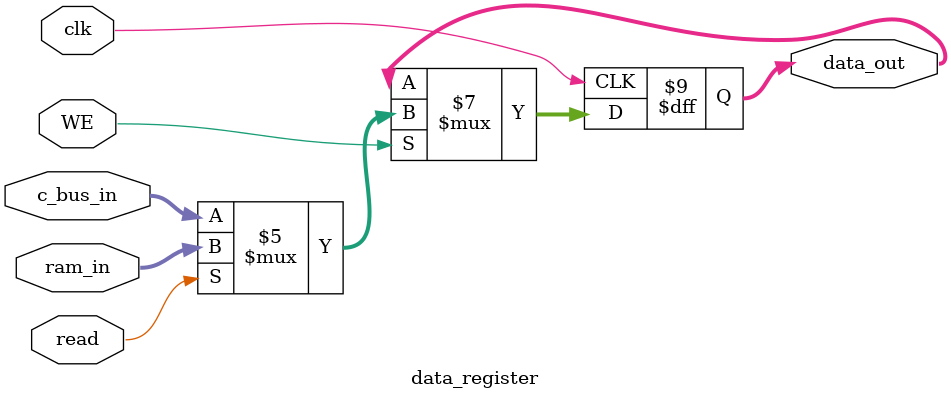
<source format=v>
module data_register(
    input [15:0] c_bus_in,
    input [15:0] ram_in,
    input clk,
    input WE,
    input read,
    output reg [15:0] data_out
);

always @(posedge clk) begin
    if(WE==1) begin
        if(read==1)     data_out <= ram_in;
        else            data_out <= c_bus_in;
    end

end

endmodule


</source>
